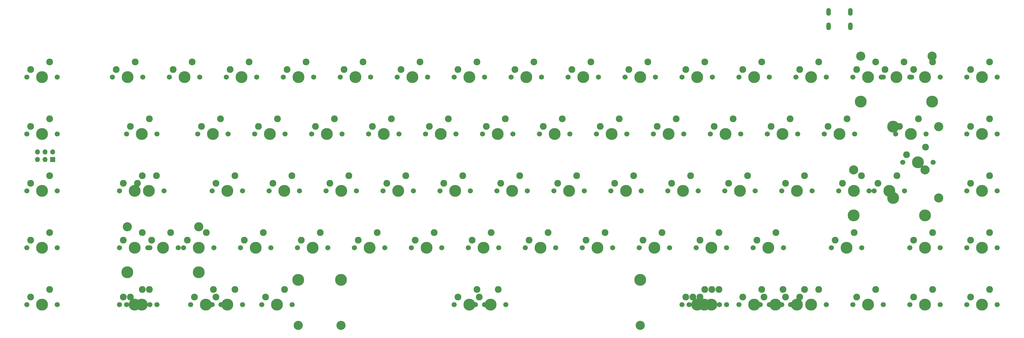
<source format=gbr>
%TF.GenerationSoftware,KiCad,Pcbnew,(5.99.0-12740-g895f4ca989)*%
%TF.CreationDate,2021-10-23T17:36:28+02:00*%
%TF.ProjectId,mamooth,6d616d6f-6f74-4682-9e6b-696361645f70,rev?*%
%TF.SameCoordinates,Original*%
%TF.FileFunction,Soldermask,Top*%
%TF.FilePolarity,Negative*%
%FSLAX46Y46*%
G04 Gerber Fmt 4.6, Leading zero omitted, Abs format (unit mm)*
G04 Created by KiCad (PCBNEW (5.99.0-12740-g895f4ca989)) date 2021-10-23 17:36:28*
%MOMM*%
%LPD*%
G01*
G04 APERTURE LIST*
%ADD10C,3.987800*%
%ADD11C,1.701800*%
%ADD12C,2.286000*%
%ADD13C,3.048000*%
%ADD14R,1.700000X1.700000*%
%ADD15O,1.700000X1.700000*%
%ADD16O,1.500000X2.600000*%
G04 APERTURE END LIST*
D10*
%TO.C,K45*%
X261937500Y-47625000D03*
D11*
X267017500Y-47625000D03*
X256857500Y-47625000D03*
D12*
X264477500Y-42545000D03*
X258127500Y-45085000D03*
%TD*%
D10*
%TO.C,K63*%
X304800000Y-66675000D03*
D11*
X309880000Y-66675000D03*
X299720000Y-66675000D03*
D12*
X307340000Y-61595000D03*
X300990000Y-64135000D03*
%TD*%
D10*
%TO.C,K22*%
X123825000Y-28575000D03*
D11*
X118745000Y-28575000D03*
X128905000Y-28575000D03*
D12*
X126365000Y-23495000D03*
X120015000Y-26035000D03*
%TD*%
D11*
%TO.C,K76*%
X242570000Y-85725000D03*
X252730000Y-85725000D03*
D10*
X247650000Y-85725000D03*
D12*
X250190000Y-80645000D03*
X243840000Y-83185000D03*
%TD*%
D10*
%TO.C,K24*%
X161925000Y-28575000D03*
D11*
X156845000Y-28575000D03*
X167005000Y-28575000D03*
D12*
X164465000Y-23495000D03*
X158115000Y-26035000D03*
%TD*%
D10*
%TO.C,K46*%
X280987500Y-47625000D03*
D11*
X275907500Y-47625000D03*
X286067500Y-47625000D03*
D12*
X283527500Y-42545000D03*
X277177500Y-45085000D03*
%TD*%
D11*
%TO.C,K67*%
X69373750Y-85725000D03*
X59213750Y-85725000D03*
D10*
X64293750Y-85725000D03*
D12*
X66833750Y-80645000D03*
X60483750Y-83185000D03*
%TD*%
D11*
%TO.C,K19*%
X61595000Y-28575000D03*
X71755000Y-28575000D03*
D10*
X66675000Y-28575000D03*
D12*
X69215000Y-23495000D03*
X62865000Y-26035000D03*
%TD*%
D11*
%TO.C,K46-1*%
X305117500Y-28575000D03*
X294957500Y-28575000D03*
D10*
X300037500Y-28575000D03*
D12*
X302577500Y-23495000D03*
X296227500Y-26035000D03*
%TD*%
D11*
%TO.C,K4*%
X81280000Y-9525000D03*
D10*
X76200000Y-9525000D03*
D11*
X71120000Y-9525000D03*
D12*
X78740000Y-4445000D03*
X72390000Y-6985000D03*
%TD*%
D11*
%TO.C,K32*%
X328930000Y-28575000D03*
X318770000Y-28575000D03*
D10*
X323850000Y-28575000D03*
D12*
X326390000Y-23495000D03*
X320040000Y-26035000D03*
%TD*%
D11*
%TO.C,K62*%
X273526250Y-66675000D03*
D10*
X278606250Y-66675000D03*
D11*
X283686250Y-66675000D03*
D12*
X281146250Y-61595000D03*
X274796250Y-64135000D03*
%TD*%
D11*
%TO.C,K44*%
X247967500Y-47625000D03*
D10*
X242887500Y-47625000D03*
D11*
X237807500Y-47625000D03*
D12*
X245427500Y-42545000D03*
X239077500Y-45085000D03*
%TD*%
D11*
%TO.C,K75-2*%
X228282696Y-85725072D03*
X238442696Y-85725072D03*
D10*
X233362696Y-85725072D03*
D12*
X235902696Y-80645072D03*
X229552696Y-83185072D03*
%TD*%
D11*
%TO.C,K13*%
X242570000Y-9525000D03*
D10*
X247650000Y-9525000D03*
D11*
X252730000Y-9525000D03*
D12*
X250190000Y-4445000D03*
X243840000Y-6985000D03*
%TD*%
D11*
%TO.C,K35*%
X66357500Y-47625000D03*
D10*
X71437500Y-47625000D03*
D11*
X76517500Y-47625000D03*
D12*
X73977500Y-42545000D03*
X67627500Y-45085000D03*
%TD*%
D11*
%TO.C,K36*%
X95567500Y-47625000D03*
D10*
X90487500Y-47625000D03*
D11*
X85407500Y-47625000D03*
D12*
X93027500Y-42545000D03*
X86677500Y-45085000D03*
%TD*%
D10*
%TO.C,K31*%
X285750000Y-9525000D03*
D11*
X280670000Y-9525000D03*
X290830000Y-9525000D03*
D12*
X288290000Y-4445000D03*
X281940000Y-6985000D03*
%TD*%
D10*
%TO.C,K58*%
X195262500Y-66675000D03*
D11*
X200342500Y-66675000D03*
X190182500Y-66675000D03*
D12*
X197802500Y-61595000D03*
X191452500Y-64135000D03*
%TD*%
D10*
%TO.C,K72*%
X109505750Y-77470000D03*
X159543750Y-85725000D03*
D11*
X164623750Y-85725000D03*
D10*
X209581750Y-77470000D03*
D13*
X109505750Y-92710000D03*
X209581750Y-92710000D03*
D11*
X154463750Y-85725000D03*
D12*
X162083750Y-80645000D03*
X155733750Y-83185000D03*
%TD*%
D11*
%TO.C,K2*%
X33020000Y-9525000D03*
X43180000Y-9525000D03*
D10*
X38100000Y-9525000D03*
D12*
X40640000Y-4445000D03*
X34290000Y-6985000D03*
%TD*%
D10*
%TO.C,K72-1*%
X95218378Y-77470072D03*
D13*
X95218378Y-92710072D03*
X209581878Y-92710072D03*
D11*
X147320128Y-85725072D03*
D10*
X152400128Y-85725072D03*
D11*
X157480128Y-85725072D03*
D10*
X209581878Y-77470072D03*
D12*
X154940128Y-80645072D03*
X148590128Y-83185072D03*
%TD*%
D11*
%TO.C,K21*%
X99695000Y-28575000D03*
D10*
X104775000Y-28575000D03*
D11*
X109855000Y-28575000D03*
D12*
X107315000Y-23495000D03*
X100965000Y-26035000D03*
%TD*%
D11*
%TO.C,K68*%
X83026250Y-85725000D03*
D10*
X88106250Y-85725000D03*
D11*
X93186250Y-85725000D03*
D12*
X90646250Y-80645000D03*
X84296250Y-83185000D03*
%TD*%
D11*
%TO.C,K51*%
X66992500Y-66675000D03*
X56832500Y-66675000D03*
D10*
X61912500Y-66675000D03*
D12*
X64452500Y-61595000D03*
X58102500Y-64135000D03*
%TD*%
D11*
%TO.C,K27*%
X224155000Y-28575000D03*
X213995000Y-28575000D03*
D10*
X219075000Y-28575000D03*
D12*
X221615000Y-23495000D03*
X215265000Y-26035000D03*
%TD*%
D11*
%TO.C,K25*%
X186055000Y-28575000D03*
D10*
X180975000Y-28575000D03*
D11*
X175895000Y-28575000D03*
D12*
X183515000Y-23495000D03*
X177165000Y-26035000D03*
%TD*%
D11*
%TO.C,K75-1*%
X236061250Y-85725000D03*
D10*
X230981250Y-85725000D03*
D11*
X225901250Y-85725000D03*
D12*
X233521250Y-80645000D03*
X227171250Y-83185000D03*
%TD*%
D10*
%TO.C,K66*%
X40481250Y-85725000D03*
D11*
X45561250Y-85725000D03*
X35401250Y-85725000D03*
D12*
X43021250Y-80645000D03*
X36671250Y-83185000D03*
%TD*%
D11*
%TO.C,K76-1*%
X249713750Y-85725000D03*
D10*
X254793750Y-85725000D03*
D11*
X259873750Y-85725000D03*
D12*
X257333750Y-80645000D03*
X250983750Y-83185000D03*
%TD*%
D11*
%TO.C,K43*%
X218757500Y-47625000D03*
D10*
X223837500Y-47625000D03*
D11*
X228917500Y-47625000D03*
D12*
X226377500Y-42545000D03*
X220027500Y-45085000D03*
%TD*%
D10*
%TO.C,K11*%
X209550000Y-9525000D03*
D11*
X204470000Y-9525000D03*
X214630000Y-9525000D03*
D12*
X212090000Y-4445000D03*
X205740000Y-6985000D03*
%TD*%
D11*
%TO.C,K56*%
X152082500Y-66675000D03*
X162242500Y-66675000D03*
D10*
X157162500Y-66675000D03*
D12*
X159702500Y-61595000D03*
X153352500Y-64135000D03*
%TD*%
D11*
%TO.C,K15-1*%
X299720000Y-9525000D03*
X309880000Y-9525000D03*
D10*
X304800000Y-9525000D03*
D12*
X307340000Y-4445000D03*
X300990000Y-6985000D03*
%TD*%
D11*
%TO.C,K57*%
X171132500Y-66675000D03*
D10*
X176212500Y-66675000D03*
D11*
X181292500Y-66675000D03*
D12*
X178752500Y-61595000D03*
X172402500Y-64135000D03*
%TD*%
D10*
%TO.C,K59*%
X214312500Y-66675000D03*
D11*
X219392500Y-66675000D03*
X209232500Y-66675000D03*
D12*
X216852500Y-61595000D03*
X210502500Y-64135000D03*
%TD*%
D11*
%TO.C,K49*%
X4445000Y-66675000D03*
X14605000Y-66675000D03*
D10*
X9525000Y-66675000D03*
D12*
X12065000Y-61595000D03*
X5715000Y-64135000D03*
%TD*%
D11*
%TO.C,K15*%
X290195000Y-9525000D03*
D13*
X307213000Y-2540000D03*
D11*
X300355000Y-9525000D03*
D10*
X283337000Y-17780000D03*
D13*
X283337000Y-2540000D03*
D10*
X295275000Y-9525000D03*
X307213000Y-17780000D03*
D12*
X297815000Y-4445000D03*
X291465000Y-6985000D03*
%TD*%
D10*
%TO.C,K37*%
X109537500Y-47625000D03*
D11*
X104457500Y-47625000D03*
X114617500Y-47625000D03*
D12*
X112077500Y-42545000D03*
X105727500Y-45085000D03*
%TD*%
D11*
%TO.C,K18*%
X47942500Y-28575000D03*
D10*
X42862500Y-28575000D03*
D11*
X37782500Y-28575000D03*
D12*
X45402500Y-23495000D03*
X39052500Y-26035000D03*
%TD*%
D10*
%TO.C,K42*%
X204787500Y-47625000D03*
D11*
X209867500Y-47625000D03*
X199707500Y-47625000D03*
D12*
X207327500Y-42545000D03*
X200977500Y-45085000D03*
%TD*%
D11*
%TO.C,K77-1*%
X256857720Y-85725072D03*
D10*
X261937720Y-85725072D03*
D11*
X267017720Y-85725072D03*
D12*
X264477720Y-80645072D03*
X258127720Y-83185072D03*
%TD*%
D11*
%TO.C,K30*%
X271145000Y-28575000D03*
D10*
X276225000Y-28575000D03*
D11*
X281305000Y-28575000D03*
D12*
X278765000Y-23495000D03*
X272415000Y-26035000D03*
%TD*%
D11*
%TO.C,K78*%
X290830000Y-85725000D03*
D10*
X285750000Y-85725000D03*
D11*
X280670000Y-85725000D03*
D12*
X288290000Y-80645000D03*
X281940000Y-83185000D03*
%TD*%
D11*
%TO.C,K54*%
X113982500Y-66675000D03*
D10*
X119062500Y-66675000D03*
D11*
X124142500Y-66675000D03*
D12*
X121602500Y-61595000D03*
X115252500Y-64135000D03*
%TD*%
D10*
%TO.C,K47-1*%
X294163750Y-26162000D03*
D13*
X309403750Y-26162000D03*
D11*
X297338750Y-38100000D03*
X307498750Y-38100000D03*
D10*
X294163750Y-50038000D03*
D13*
X309403750Y-50038000D03*
D10*
X302418750Y-38100000D03*
D12*
X304958750Y-33020000D03*
X298608750Y-35560000D03*
%TD*%
D10*
%TO.C,K29*%
X257175000Y-28575000D03*
D11*
X262255000Y-28575000D03*
X252095000Y-28575000D03*
D12*
X259715000Y-23495000D03*
X253365000Y-26035000D03*
%TD*%
D11*
%TO.C,K9*%
X176530000Y-9525000D03*
D10*
X171450000Y-9525000D03*
D11*
X166370000Y-9525000D03*
D12*
X173990000Y-4445000D03*
X167640000Y-6985000D03*
%TD*%
D10*
%TO.C,K80*%
X323850000Y-85725000D03*
D11*
X328930000Y-85725000D03*
X318770000Y-85725000D03*
D12*
X326390000Y-80645000D03*
X320040000Y-83185000D03*
%TD*%
D11*
%TO.C,K1*%
X4445000Y-9525000D03*
X14605000Y-9525000D03*
D10*
X9525000Y-9525000D03*
D12*
X12065000Y-4445000D03*
X5715000Y-6985000D03*
%TD*%
D11*
%TO.C,K75*%
X233680000Y-85725000D03*
D10*
X228600000Y-85725000D03*
D11*
X223520000Y-85725000D03*
D12*
X231140000Y-80645000D03*
X224790000Y-83185000D03*
%TD*%
D10*
%TO.C,K28*%
X238125000Y-28575000D03*
D11*
X243205000Y-28575000D03*
X233045000Y-28575000D03*
D12*
X240665000Y-23495000D03*
X234315000Y-26035000D03*
%TD*%
D11*
%TO.C,K7*%
X138430000Y-9525000D03*
D10*
X133350000Y-9525000D03*
D11*
X128270000Y-9525000D03*
D12*
X135890000Y-4445000D03*
X129540000Y-6985000D03*
%TD*%
D11*
%TO.C,K39*%
X142557500Y-47625000D03*
D10*
X147637500Y-47625000D03*
D11*
X152717500Y-47625000D03*
D12*
X150177500Y-42545000D03*
X143827500Y-45085000D03*
%TD*%
D11*
%TO.C,K16*%
X328930000Y-9525000D03*
D10*
X323850000Y-9525000D03*
D11*
X318770000Y-9525000D03*
D12*
X326390000Y-4445000D03*
X320040000Y-6985000D03*
%TD*%
D11*
%TO.C,K52*%
X86042500Y-66675000D03*
D10*
X80962500Y-66675000D03*
D11*
X75882500Y-66675000D03*
D12*
X83502500Y-61595000D03*
X77152500Y-64135000D03*
%TD*%
D13*
%TO.C,K50*%
X61944250Y-59690000D03*
D10*
X61944250Y-74930000D03*
D13*
X38068250Y-59690000D03*
D10*
X50006250Y-66675000D03*
D11*
X44926250Y-66675000D03*
X55086250Y-66675000D03*
D10*
X38068250Y-74930000D03*
D12*
X52546250Y-61595000D03*
X46196250Y-64135000D03*
%TD*%
D10*
%TO.C,K47*%
X304831750Y-55880000D03*
X280955750Y-55880000D03*
D11*
X287813750Y-47625000D03*
X297973750Y-47625000D03*
D13*
X304831750Y-40640000D03*
X280955750Y-40640000D03*
D10*
X292893750Y-47625000D03*
D12*
X295433750Y-42545000D03*
X289083750Y-45085000D03*
%TD*%
D10*
%TO.C,K60*%
X233362500Y-66675000D03*
D11*
X238442500Y-66675000D03*
X228282500Y-66675000D03*
D12*
X235902500Y-61595000D03*
X229552500Y-64135000D03*
%TD*%
D10*
%TO.C,K23*%
X142875000Y-28575000D03*
D11*
X147955000Y-28575000D03*
X137795000Y-28575000D03*
D12*
X145415000Y-23495000D03*
X139065000Y-26035000D03*
%TD*%
D10*
%TO.C,K33*%
X9525000Y-47625000D03*
D11*
X14605000Y-47625000D03*
X4445000Y-47625000D03*
D12*
X12065000Y-42545000D03*
X5715000Y-45085000D03*
%TD*%
D11*
%TO.C,K38*%
X123507500Y-47625000D03*
X133667500Y-47625000D03*
D10*
X128587500Y-47625000D03*
D12*
X131127500Y-42545000D03*
X124777500Y-45085000D03*
%TD*%
D11*
%TO.C,K3*%
X62230000Y-9525000D03*
D10*
X57150000Y-9525000D03*
D11*
X52070000Y-9525000D03*
D12*
X59690000Y-4445000D03*
X53340000Y-6985000D03*
%TD*%
D11*
%TO.C,K10*%
X185420000Y-9525000D03*
X195580000Y-9525000D03*
D10*
X190500000Y-9525000D03*
D12*
X193040000Y-4445000D03*
X186690000Y-6985000D03*
%TD*%
D11*
%TO.C,K26*%
X194945000Y-28575000D03*
X205105000Y-28575000D03*
D10*
X200025000Y-28575000D03*
D12*
X202565000Y-23495000D03*
X196215000Y-26035000D03*
%TD*%
D11*
%TO.C,K34-1*%
X45561250Y-47625000D03*
D10*
X40481250Y-47625000D03*
D11*
X35401250Y-47625000D03*
D12*
X43021250Y-42545000D03*
X36671250Y-45085000D03*
%TD*%
D10*
%TO.C,K65*%
X9525000Y-85725000D03*
D11*
X14605000Y-85725000D03*
X4445000Y-85725000D03*
D12*
X12065000Y-80645000D03*
X5715000Y-83185000D03*
%TD*%
D10*
%TO.C,K14*%
X266700000Y-9525000D03*
D11*
X261620000Y-9525000D03*
X271780000Y-9525000D03*
D12*
X269240000Y-4445000D03*
X262890000Y-6985000D03*
%TD*%
D11*
%TO.C,K5*%
X100330000Y-9525000D03*
X90170000Y-9525000D03*
D10*
X95250000Y-9525000D03*
D12*
X97790000Y-4445000D03*
X91440000Y-6985000D03*
%TD*%
D11*
%TO.C,K17*%
X4445000Y-28575000D03*
D10*
X9525000Y-28575000D03*
D11*
X14605000Y-28575000D03*
D12*
X12065000Y-23495000D03*
X5715000Y-26035000D03*
%TD*%
D11*
%TO.C,K55*%
X143192500Y-66675000D03*
D10*
X138112500Y-66675000D03*
D11*
X133032500Y-66675000D03*
D12*
X140652500Y-61595000D03*
X134302500Y-64135000D03*
%TD*%
D11*
%TO.C,K64*%
X318770000Y-66675000D03*
D10*
X323850000Y-66675000D03*
D11*
X328930000Y-66675000D03*
D12*
X326390000Y-61595000D03*
X320040000Y-64135000D03*
%TD*%
D10*
%TO.C,K53*%
X100012500Y-66675000D03*
D11*
X105092500Y-66675000D03*
X94932500Y-66675000D03*
D12*
X102552500Y-61595000D03*
X96202500Y-64135000D03*
%TD*%
D11*
%TO.C,K61*%
X247332500Y-66675000D03*
D10*
X252412500Y-66675000D03*
D11*
X257492500Y-66675000D03*
D12*
X254952500Y-61595000D03*
X248602500Y-64135000D03*
%TD*%
D10*
%TO.C,K77*%
X266700000Y-85725000D03*
D11*
X261620000Y-85725000D03*
X271780000Y-85725000D03*
D12*
X269240000Y-80645000D03*
X262890000Y-83185000D03*
%TD*%
D11*
%TO.C,K8*%
X157480000Y-9525000D03*
D10*
X152400000Y-9525000D03*
D11*
X147320000Y-9525000D03*
D12*
X154940000Y-4445000D03*
X148590000Y-6985000D03*
%TD*%
D11*
%TO.C,K79*%
X309880000Y-85725000D03*
D10*
X304800000Y-85725000D03*
D11*
X299720000Y-85725000D03*
D12*
X307340000Y-80645000D03*
X300990000Y-83185000D03*
%TD*%
D11*
%TO.C,K34*%
X40163750Y-47625000D03*
X50323750Y-47625000D03*
D10*
X45243750Y-47625000D03*
D12*
X47783750Y-42545000D03*
X41433750Y-45085000D03*
%TD*%
D11*
%TO.C,K41*%
X180657500Y-47625000D03*
D10*
X185737500Y-47625000D03*
D11*
X190817500Y-47625000D03*
D12*
X188277500Y-42545000D03*
X181927500Y-45085000D03*
%TD*%
D11*
%TO.C,K50-1*%
X35401250Y-66675000D03*
X45561250Y-66675000D03*
D10*
X40481250Y-66675000D03*
D12*
X43021250Y-61595000D03*
X36671250Y-64135000D03*
%TD*%
D10*
%TO.C,K12*%
X228600000Y-9525000D03*
D11*
X233680000Y-9525000D03*
X223520000Y-9525000D03*
D12*
X231140000Y-4445000D03*
X224790000Y-6985000D03*
%TD*%
D10*
%TO.C,K40*%
X166687500Y-47625000D03*
D11*
X171767500Y-47625000D03*
X161607500Y-47625000D03*
D12*
X169227500Y-42545000D03*
X162877500Y-45085000D03*
%TD*%
D11*
%TO.C,K20*%
X80645000Y-28575000D03*
X90805000Y-28575000D03*
D10*
X85725000Y-28575000D03*
D12*
X88265000Y-23495000D03*
X81915000Y-26035000D03*
%TD*%
D10*
%TO.C,K67-1*%
X71437560Y-85725072D03*
D11*
X66357560Y-85725072D03*
X76517560Y-85725072D03*
D12*
X73977560Y-80645072D03*
X67627560Y-83185072D03*
%TD*%
D10*
%TO.C,K6*%
X114300000Y-9525000D03*
D11*
X119380000Y-9525000D03*
X109220000Y-9525000D03*
D12*
X116840000Y-4445000D03*
X110490000Y-6985000D03*
%TD*%
D10*
%TO.C,K48*%
X323850000Y-47625000D03*
D11*
X328930000Y-47625000D03*
X318770000Y-47625000D03*
D12*
X326390000Y-42545000D03*
X320040000Y-45085000D03*
%TD*%
D10*
%TO.C,K66-1*%
X42862536Y-85725072D03*
D11*
X37782536Y-85725072D03*
X47942536Y-85725072D03*
D12*
X45402536Y-80645072D03*
X39052536Y-83185072D03*
%TD*%
D14*
%TO.C,J2*%
X13068114Y-37121581D03*
D15*
X13068114Y-34581581D03*
X10528114Y-37121581D03*
X10528114Y-34581581D03*
X7988114Y-37121581D03*
X7988114Y-34581581D03*
%TD*%
D16*
%TO.C,J1*%
X272575000Y12275000D03*
X279875000Y12275000D03*
X279875000Y7475000D03*
X272575000Y7475000D03*
%TD*%
M02*

</source>
